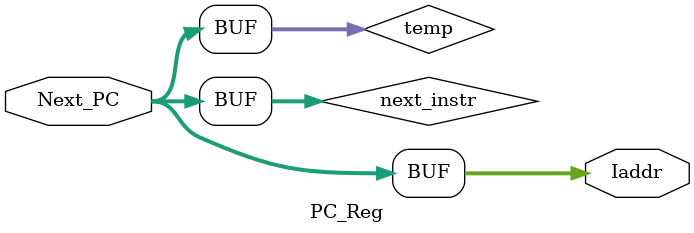
<source format=v>
`timescale 1ns / 1ps
module PC_Reg(
    input [9:0] Next_PC,
    output [9:0] Iaddr
    );
reg[9:0] next_instr;
reg[9:0]  temp;

initial 
begin
   next_instr=0;
end

//always@(negedge clk )
//begin
  //   next_instr=Next_PC;
	//  #5;   temp=next_instr;

//end

//always@(posedge clk)
//begin
   //(rst) next_instr=0;
  //   temp=next_instr;
//end


always@(Next_PC)
begin
    next_instr=Next_PC;
end

always@(next_instr)
begin
    temp=next_instr;
end

assign  Iaddr=temp;
endmodule

</source>
